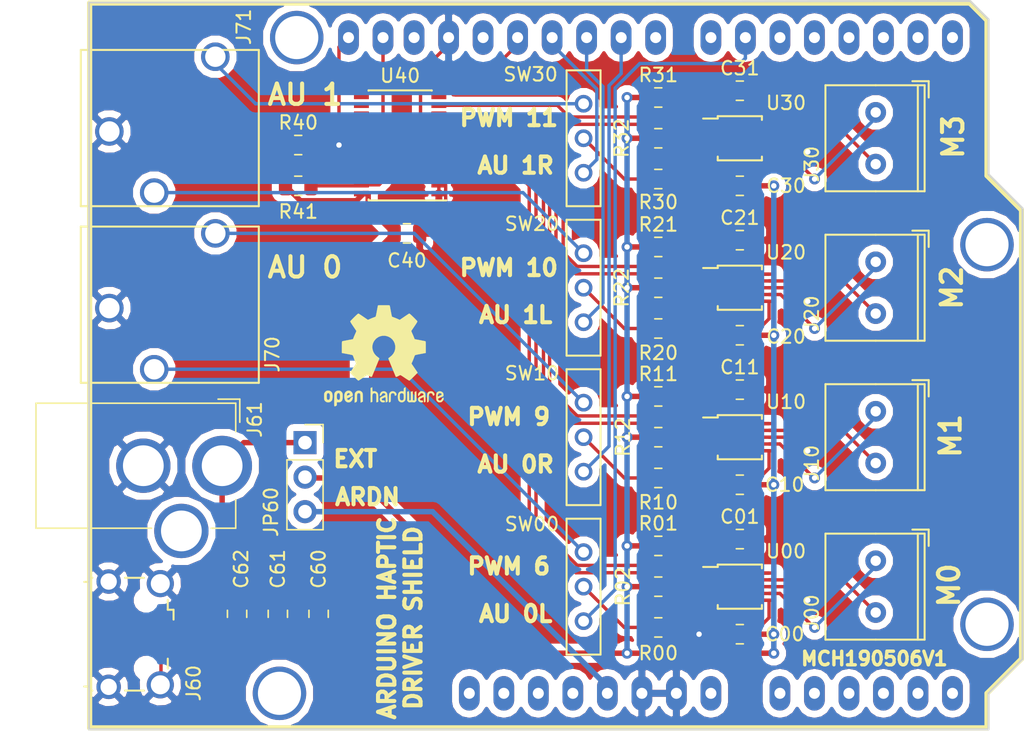
<source format=kicad_pcb>
(kicad_pcb (version 20171130) (host pcbnew "(5.0.1-3-g963ef8bb5)")
  (layers (0 F.Cu signal) (31 B.Cu signal) (34 B.Paste user) (35 F.Paste user) (36 B.SilkS user) (37 F.SilkS user) (38 B.Mask user) (39 F.Mask user) (44 Edge.Cuts user))
  (net 0 "")
  (net 1 VDD)
  (net 2 GND)
  (net 3 "Net-(C01-Pad1)")
  (net 4 "Net-(C11-Pad1)")
  (net 5 "Net-(C21-Pad1)")
  (net 6 "Net-(C31-Pad1)")
  (net 7 "Net-(C60-Pad1)")
  (net 8 "Net-(J00-Pad1)")
  (net 9 "Net-(J00-Pad2)")
  (net 10 "Net-(J10-Pad2)")
  (net 11 "Net-(J10-Pad1)")
  (net 12 "Net-(J20-Pad2)")
  (net 13 "Net-(J20-Pad1)")
  (net 14 "Net-(J30-Pad1)")
  (net 15 "Net-(J30-Pad2)")
  (net 16 "Net-(J60-Pad2)")
  (net 17 "Net-(J60-Pad3)")
  (net 18 "Net-(J60-Pad4)")
  (net 19 AUDIO0-R)
  (net 20 AUDIO0-L)
  (net 21 AUDIO1-L)
  (net 22 AUDIO1-R)
  (net 23 5V)
  (net 24 "Net-(R00-Pad1)")
  (net 25 "Net-(R00-Pad2)")
  (net 26 SC0)
  (net 27 SD0)
  (net 28 "Net-(R10-Pad1)")
  (net 29 "Net-(R10-Pad2)")
  (net 30 SC1)
  (net 31 SD2)
  (net 32 "Net-(R20-Pad2)")
  (net 33 "Net-(R20-Pad1)")
  (net 34 SC2)
  (net 35 "Net-(R30-Pad2)")
  (net 36 "Net-(R30-Pad1)")
  (net 37 SC3)
  (net 38 SD3)
  (net 39 SCL)
  (net 40 SDA)
  (net 41 "Net-(SHIELD00-PadAD5)")
  (net 42 "Net-(SHIELD00-PadAD4)")
  (net 43 "Net-(SHIELD00-PadAD3)")
  (net 44 "Net-(SHIELD00-PadAD0)")
  (net 45 "Net-(SHIELD00-PadAD1)")
  (net 46 "Net-(SHIELD00-PadAD2)")
  (net 47 "Net-(SHIELD00-PadV_IN)")
  (net 48 "Net-(SHIELD00-Pad3V3)")
  (net 49 "Net-(SHIELD00-PadRST)")
  (net 50 "Net-(SHIELD00-Pad0)")
  (net 51 "Net-(SHIELD00-Pad1)")
  (net 52 "Net-(SHIELD00-Pad3)")
  (net 53 "Net-(SHIELD00-Pad4)")
  (net 54 "Net-(SHIELD00-Pad5)")
  (net 55 IO6)
  (net 56 "Net-(SHIELD00-Pad7)")
  (net 57 "Net-(SHIELD00-Pad8)")
  (net 58 IO9)
  (net 59 IO10)
  (net 60 IO11)
  (net 61 "Net-(SHIELD00-Pad13)")
  (net 62 "Net-(SHIELD00-PadAREF)")
  (net 63 "Net-(SHIELD00-PadIOREF)")
  (net 64 "Net-(SHIELD00-PadNC)")
  (net 65 "Net-(U40-Pad13)")
  (net 66 "Net-(U40-Pad14)")
  (net 67 "Net-(U40-Pad15)")
  (net 68 "Net-(U40-Pad16)")
  (net 69 "Net-(U40-Pad17)")
  (net 70 "Net-(U40-Pad18)")
  (net 71 "Net-(U40-Pad19)")
  (net 72 "Net-(U40-Pad20)")
  (net 73 SD1)
  (net 74 IO12)
  (net 75 "Net-(SHIELD00-Pad2)")
  (module _arduino_shield:ARDUINO_SHIELD (layer F.Cu) (at 89.15 139.890501)
    (fp_text reference SHIELD00 hide)
    (fp_text value ARDUINO_SHIELD hide)
    (pad AD5 thru_hole oval (at 63.5 -2.54 90) (size 2.54 1.524) (drill 0.8128) (layers *.Cu *.Mask) (net 41 "Net-(SHIELD00-PadAD5)"))
    (pad AD4 thru_hole oval (at 60.96 -2.54 90) (size 2.54 1.524) (drill 0.8128) (layers *.Cu *.Mask) (net 42 "Net-(SHIELD00-PadAD4)"))
    (pad AD3 thru_hole oval (at 58.42 -2.54 90) (size 2.54 1.524) (drill 0.8128) (layers *.Cu *.Mask) (net 43 "Net-(SHIELD00-PadAD3)"))
    (pad AD0 thru_hole oval (at 50.8 -2.54 90) (size 2.54 1.524) (drill 0.8128) (layers *.Cu *.Mask) (net 44 "Net-(SHIELD00-PadAD0)"))
    (pad AD1 thru_hole oval (at 53.34 -2.54 90) (size 2.54 1.524) (drill 0.8128) (layers *.Cu *.Mask) (net 45 "Net-(SHIELD00-PadAD1)"))
    (pad AD2 thru_hole oval (at 55.88 -2.54 90) (size 2.54 1.524) (drill 0.8128) (layers *.Cu *.Mask) (net 46 "Net-(SHIELD00-PadAD2)"))
    (pad V_IN thru_hole oval (at 45.72 -2.54 90) (size 2.54 1.524) (drill 0.8128) (layers *.Cu *.Mask) (net 47 "Net-(SHIELD00-PadV_IN)"))
    (pad GND2 thru_hole oval (at 43.18 -2.54 90) (size 2.54 1.524) (drill 0.8128) (layers *.Cu *.Mask) (net 2 GND))
    (pad GND1 thru_hole oval (at 40.64 -2.54 90) (size 2.54 1.524) (drill 0.8128) (layers *.Cu *.Mask) (net 2 GND))
    (pad 3V3 thru_hole oval (at 35.56 -2.54 90) (size 2.54 1.524) (drill 0.8128) (layers *.Cu *.Mask) (net 48 "Net-(SHIELD00-Pad3V3)"))
    (pad RST thru_hole oval (at 33.02 -2.54 90) (size 2.54 1.524) (drill 0.8128) (layers *.Cu *.Mask) (net 49 "Net-(SHIELD00-PadRST)"))
    (pad 0 thru_hole oval (at 63.5 -50.8 90) (size 2.54 1.524) (drill 0.8128) (layers *.Cu *.Mask) (net 50 "Net-(SHIELD00-Pad0)"))
    (pad 1 thru_hole oval (at 60.96 -50.8 90) (size 2.54 1.524) (drill 0.8128) (layers *.Cu *.Mask) (net 51 "Net-(SHIELD00-Pad1)"))
    (pad 2 thru_hole oval (at 58.42 -50.8 90) (size 2.54 1.524) (drill 0.8128) (layers *.Cu *.Mask) (net 75 "Net-(SHIELD00-Pad2)"))
    (pad 3 thru_hole oval (at 55.88 -50.8 90) (size 2.54 1.524) (drill 0.8128) (layers *.Cu *.Mask) (net 52 "Net-(SHIELD00-Pad3)"))
    (pad 4 thru_hole oval (at 53.34 -50.8 90) (size 2.54 1.524) (drill 0.8128) (layers *.Cu *.Mask) (net 53 "Net-(SHIELD00-Pad4)"))
    (pad 5 thru_hole oval (at 50.8 -50.8 90) (size 2.54 1.524) (drill 0.8128) (layers *.Cu *.Mask) (net 54 "Net-(SHIELD00-Pad5)"))
    (pad 6 thru_hole oval (at 48.26 -50.8 90) (size 2.54 1.524) (drill 0.8128) (layers *.Cu *.Mask) (net 55 IO6))
    (pad 7 thru_hole oval (at 45.72 -50.8 90) (size 2.54 1.524) (drill 0.8128) (layers *.Cu *.Mask) (net 56 "Net-(SHIELD00-Pad7)"))
    (pad ee thru_hole oval (at 41.656 -50.8 90) (size 2.54 1.524) (drill 0.8128) (layers *.Cu *.Mask) (net 57 "Net-(SHIELD00-Pad8)"))
    (pad 9 thru_hole oval (at 39.116 -50.8 90) (size 2.54 1.524) (drill 0.8128) (layers *.Cu *.Mask) (net 58 IO9))
    (pad 10 thru_hole oval (at 36.576 -50.8 90) (size 2.54 1.524) (drill 0.8128) (layers *.Cu *.Mask) (net 59 IO10))
    (pad 11 thru_hole oval (at 34.036 -50.8 90) (size 2.54 1.524) (drill 0.8128) (layers *.Cu *.Mask) (net 60 IO11))
    (pad 12 thru_hole oval (at 31.496 -50.8 90) (size 2.54 1.524) (drill 0.8128) (layers *.Cu *.Mask) (net 74 IO12))
    (pad 13 thru_hole oval (at 28.956 -50.8 90) (size 2.54 1.524) (drill 0.8128) (layers *.Cu *.Mask) (net 61 "Net-(SHIELD00-Pad13)"))
    (pad GND3 thru_hole oval (at 26.416 -50.8 90) (size 2.54 1.524) (drill 0.8128) (layers *.Cu *.Mask) (net 2 GND))
    (pad AREF thru_hole oval (at 23.876 -50.8 90) (size 2.54 1.524) (drill 0.8128) (layers *.Cu *.Mask) (net 62 "Net-(SHIELD00-PadAREF)"))
    (pad 5V thru_hole oval (at 38.1 -2.54 90) (size 2.54 1.524) (drill 0.8128) (layers *.Cu *.Mask) (net 23 5V))
    (pad "" thru_hole circle (at 66.04 -7.62 90) (size 3.937 3.937) (drill 3.175) (layers *.Cu *.Mask))
    (pad "" thru_hole circle (at 66.04 -35.56 90) (size 3.937 3.937) (drill 3.175) (layers *.Cu *.Mask))
    (pad "" thru_hole circle (at 15.24 -50.8 90) (size 3.937 3.937) (drill 3.175) (layers *.Cu *.Mask))
    (pad "" thru_hole circle (at 13.97 -2.54 90) (size 3.937 3.937) (drill 3.175) (layers *.Cu *.Mask))
    (pad SDA thru_hole oval (at 21.59 -50.8 90) (size 2.54 1.524) (drill 0.8128) (layers *.Cu *.Mask) (net 40 SDA))
    (pad SCL thru_hole oval (at 19.05 -50.8 90) (size 2.54 1.524) (drill 0.8128) (layers *.Cu *.Mask) (net 39 SCL))
    (pad IOREF thru_hole oval (at 30.48 -2.54 90) (size 2.54 1.524) (drill 0.8128) (layers *.Cu *.Mask) (net 63 "Net-(SHIELD00-PadIOREF)"))
    (pad NC thru_hole oval (at 27.94 -2.54 90) (size 2.54 1.524) (drill 0.8128) (layers *.Cu *.Mask) (net 64 "Net-(SHIELD00-PadNC)"))
  )
  (module Capacitor_SMD:C_0805_2012Metric (layer F.Cu) (at 137 133)
    (fp_text reference C00 (at 3.3 0) (layer F.SilkS))
    (fp_text value 1uF)
    (pad 2 smd roundrect (at 0.9375 0) (size 0.975 1.4) (layers F.Cu F.Paste F.Mask) (net 1 VDD))
    (pad 1 smd roundrect (at -0.9375 0) (size 0.975 1.4) (layers F.Cu F.Paste F.Mask) (net 2 GND))
  )
  (module Capacitor_SMD:C_0805_2012Metric (layer F.Cu) (at 137 126)
    (fp_text reference C01 (at 0 -1.65) (layer F.SilkS))
    (fp_text value 1uF)
    (pad 1 smd roundrect (at -0.9375 0) (size 0.975 1.4) (layers F.Cu F.Paste F.Mask) (net 3 "Net-(C01-Pad1)"))
    (pad 2 smd roundrect (at 0.9375 0) (size 0.975 1.4) (layers F.Cu F.Paste F.Mask) (net 2 GND))
  )
  (module Capacitor_SMD:C_0805_2012Metric (layer F.Cu) (at 137 122)
    (fp_text reference C10 (at 3.3 0) (layer F.SilkS))
    (fp_text value 1uF)
    (pad 1 smd roundrect (at -0.9375 0) (size 0.975 1.4) (layers F.Cu F.Paste F.Mask) (net 2 GND))
    (pad 2 smd roundrect (at 0.9375 0) (size 0.975 1.4) (layers F.Cu F.Paste F.Mask) (net 1 VDD))
  )
  (module Capacitor_SMD:C_0805_2012Metric (layer F.Cu) (at 137 115)
    (fp_text reference C11 (at 0 -1.65) (layer F.SilkS))
    (fp_text value 1uF)
    (pad 1 smd roundrect (at -0.9375 0) (size 0.975 1.4) (layers F.Cu F.Paste F.Mask) (net 4 "Net-(C11-Pad1)"))
    (pad 2 smd roundrect (at 0.9375 0) (size 0.975 1.4) (layers F.Cu F.Paste F.Mask) (net 2 GND))
  )
  (module Capacitor_SMD:C_0805_2012Metric (layer F.Cu) (at 137 111)
    (fp_text reference C20 (at 3.4 0.1) (layer F.SilkS))
    (fp_text value 1uF)
    (pad 1 smd roundrect (at -0.9375 0) (size 0.975 1.4) (layers F.Cu F.Paste F.Mask) (net 2 GND))
    (pad 2 smd roundrect (at 0.9375 0) (size 0.975 1.4) (layers F.Cu F.Paste F.Mask) (net 1 VDD))
  )
  (module Capacitor_SMD:C_0805_2012Metric (layer F.Cu) (at 137 104)
    (fp_text reference C21 (at 0 -1.65) (layer F.SilkS))
    (fp_text value 1uF)
    (pad 1 smd roundrect (at -0.9375 0) (size 0.975 1.4) (layers F.Cu F.Paste F.Mask) (net 5 "Net-(C21-Pad1)"))
    (pad 2 smd roundrect (at 0.9375 0) (size 0.975 1.4) (layers F.Cu F.Paste F.Mask) (net 2 GND))
  )
  (module Capacitor_SMD:C_0805_2012Metric (layer F.Cu) (at 137 100)
    (fp_text reference C30 (at 3.4 0) (layer F.SilkS))
    (fp_text value 1uF)
    (pad 2 smd roundrect (at 0.9375 0) (size 0.975 1.4) (layers F.Cu F.Paste F.Mask) (net 1 VDD))
    (pad 1 smd roundrect (at -0.9375 0) (size 0.975 1.4) (layers F.Cu F.Paste F.Mask) (net 2 GND))
  )
  (module Capacitor_SMD:C_0805_2012Metric (layer F.Cu) (at 137 93)
    (fp_text reference C31 (at 0 -1.65) (layer F.SilkS))
    (fp_text value 1uF)
    (pad 2 smd roundrect (at 0.9375 0) (size 0.975 1.4) (layers F.Cu F.Paste F.Mask) (net 2 GND))
    (pad 1 smd roundrect (at -0.9375 0) (size 0.975 1.4) (layers F.Cu F.Paste F.Mask) (net 6 "Net-(C31-Pad1)"))
  )
  (module Capacitor_SMD:C_0805_2012Metric (layer F.Cu) (at 106 131.5 90)
    (fp_text reference C60 (at 3.3 0 90) (layer F.SilkS))
    (fp_text value 100nF)
    (pad 2 smd roundrect (at 0.9375 0 90) (size 0.975 1.4) (layers F.Cu F.Paste F.Mask) (net 2 GND))
    (pad 1 smd roundrect (at -0.9375 0 90) (size 0.975 1.4) (layers F.Cu F.Paste F.Mask) (net 7 "Net-(C60-Pad1)"))
  )
  (module Capacitor_SMD:C_0805_2012Metric (layer F.Cu) (at 103 131.5 90)
    (fp_text reference C61 (at 3.3 0 90) (layer F.SilkS))
    (fp_text value 1uF)
    (pad 1 smd roundrect (at -0.9375 0 90) (size 0.975 1.4) (layers F.Cu F.Paste F.Mask) (net 7 "Net-(C60-Pad1)"))
    (pad 2 smd roundrect (at 0.9375 0 90) (size 0.975 1.4) (layers F.Cu F.Paste F.Mask) (net 2 GND))
  )
  (module Capacitor_SMD:C_0805_2012Metric (layer F.Cu) (at 100 131.5 90)
    (fp_text reference C62 (at 3.3 0.3 90) (layer F.SilkS))
    (fp_text value 10uF)
    (pad 2 smd roundrect (at 0.9375 0 90) (size 0.975 1.4) (layers F.Cu F.Paste F.Mask) (net 2 GND))
    (pad 1 smd roundrect (at -0.9375 0 90) (size 0.975 1.4) (layers F.Cu F.Paste F.Mask) (net 7 "Net-(C60-Pad1)"))
  )
  (module _connectors:Phoenix_MKDS_2P_3.81 (layer F.Cu) (at 147 129.5 90)
    (fp_text reference J00 (at -1.9 -4.7 90) (layer F.SilkS))
    (fp_text value Conn_01x02)
    (pad 1 thru_hole circle (at 1.905 0 90) (size 1.524 1.524) (drill 0.762) (layers *.Cu *.Mask) (net 8 "Net-(J00-Pad1)"))
    (pad 2 thru_hole circle (at -1.905 0 90) (size 1.524 1.524) (drill 0.762) (layers *.Cu *.Mask) (net 9 "Net-(J00-Pad2)"))
  )
  (module _connectors:Phoenix_MKDS_2P_3.81 (layer F.Cu) (at 147 118.5 90)
    (fp_text reference J10 (at -1.9 -4.7 90) (layer F.SilkS))
    (fp_text value Conn_01x02)
    (pad 2 thru_hole circle (at -1.905 0 90) (size 1.524 1.524) (drill 0.762) (layers *.Cu *.Mask) (net 10 "Net-(J10-Pad2)"))
    (pad 1 thru_hole circle (at 1.905 0 90) (size 1.524 1.524) (drill 0.762) (layers *.Cu *.Mask) (net 11 "Net-(J10-Pad1)"))
  )
  (module _connectors:Phoenix_MKDS_2P_3.81 (layer F.Cu) (at 147 107.5 90)
    (fp_text reference J20 (at -1.9 -4.7 90) (layer F.SilkS))
    (fp_text value Conn_01x02)
    (pad 2 thru_hole circle (at -1.905 0 90) (size 1.524 1.524) (drill 0.762) (layers *.Cu *.Mask) (net 12 "Net-(J20-Pad2)"))
    (pad 1 thru_hole circle (at 1.905 0 90) (size 1.524 1.524) (drill 0.762) (layers *.Cu *.Mask) (net 13 "Net-(J20-Pad1)"))
  )
  (module _connectors:Phoenix_MKDS_2P_3.81 (layer F.Cu) (at 147 96.5 90)
    (fp_text reference J30 (at -1.9 -4.7 90) (layer F.SilkS))
    (fp_text value Conn_01x02)
    (pad 1 thru_hole circle (at 1.905 0 90) (size 1.524 1.524) (drill 0.762) (layers *.Cu *.Mask) (net 14 "Net-(J30-Pad1)"))
    (pad 2 thru_hole circle (at -1.905 0 90) (size 1.524 1.524) (drill 0.762) (layers *.Cu *.Mask) (net 15 "Net-(J30-Pad2)"))
  )
  (module Connector_USB:USB_Micro-B_Wuerth_629105150521_CircularHoles (layer F.Cu) (at 92.5 133 270)
    (fp_text reference J60 (at 3.6 -4.3 270) (layer F.SilkS))
    (fp_text value USB_B_Micro)
    (pad 1 smd rect (at -1.3 -1.9 270) (size 0.45 1.3) (layers F.Cu F.Paste F.Mask) (net 7 "Net-(C60-Pad1)"))
    (pad 2 smd rect (at -0.65 -1.9 270) (size 0.45 1.3) (layers F.Cu F.Paste F.Mask) (net 16 "Net-(J60-Pad2)"))
    (pad 3 smd rect (at 0 -1.9 270) (size 0.45 1.3) (layers F.Cu F.Paste F.Mask) (net 17 "Net-(J60-Pad3)"))
    (pad 4 smd rect (at 0.65 -1.9 270) (size 0.45 1.3) (layers F.Cu F.Paste F.Mask) (net 18 "Net-(J60-Pad4)"))
    (pad 5 smd rect (at 1.3 -1.9 270) (size 0.45 1.3) (layers F.Cu F.Paste F.Mask) (net 2 GND))
    (pad 6 thru_hole circle (at -3.725 -1.85 270) (size 2 2) (drill 1.4) (layers *.Cu *.Mask) (net 2 GND))
    (pad 6 thru_hole circle (at 3.725 -1.85 270) (size 2 2) (drill 1.4) (layers *.Cu *.Mask) (net 2 GND))
    (pad 6 thru_hole circle (at -3.875 1.95 270) (size 1.8 1.8) (drill 1.2) (layers *.Cu *.Mask) (net 2 GND))
    (pad 6 thru_hole circle (at 3.875 1.95 270) (size 1.8 1.8) (drill 1.2) (layers *.Cu *.Mask) (net 2 GND))
    (pad "" np_thru_hole circle (at -2.5 -0.8 270) (size 0.8 0.8) (drill 0.8) (layers *.Cu *.Mask))
    (pad "" np_thru_hole circle (at 2.5 -0.8 270) (size 0.8 0.8) (drill 0.8) (layers *.Cu *.Mask))
  )
  (module _connectors:BarrelJack_Wuerth_6941xx301002 (layer F.Cu) (at 98.9 120.6 270)
    (fp_text reference J61 (at -3.4 -2.4 270) (layer F.SilkS))
    (fp_text value Jack-DC)
    (pad 3 thru_hole circle (at 4.8 3) (size 4 4) (drill oval 3) (layers *.Cu *.Mask))
    (pad 2 thru_hole circle (at 0 5.8 270) (size 4 4) (drill oval 3) (layers *.Cu *.Mask) (net 2 GND))
    (pad 1 thru_hole circle (at 0 0 270) (size 4.4 4.4) (drill oval 3) (layers *.Cu *.Mask) (net 7 "Net-(C60-Pad1)"))
  )
  (module _connectors:MJ-352W-0 (layer F.Cu) (at 88.5 109 90)
    (fp_text reference J70 (at -3.4 14.1 90) (layer F.SilkS))
    (fp_text value AudioJack3_Ground)
    (pad S thru_hole circle (at 0 2.1 90) (size 2.1 2.1) (drill oval 1.5) (layers *.Cu *.Mask) (net 2 GND))
    (pad R thru_hole circle (at 5.5 9.9 90) (size 2.1 2.1) (drill oval 1.5) (layers *.Cu *.Mask) (net 19 AUDIO0-R))
    (pad T thru_hole circle (at -4.5 5.4 90) (size 2.1 2.1) (drill oval 1.5) (layers *.Cu *.Mask) (net 20 AUDIO0-L))
  )
  (module _connectors:MJ-352W-0 (layer F.Cu) (at 88.5 96 90)
    (fp_text reference J71 (at 7.7 12 90) (layer F.SilkS))
    (fp_text value AudioJack3_Ground)
    (pad T thru_hole circle (at -4.5 5.4 90) (size 2.1 2.1) (drill oval 1.5) (layers *.Cu *.Mask) (net 21 AUDIO1-L))
    (pad R thru_hole circle (at 5.5 9.9 90) (size 2.1 2.1) (drill oval 1.5) (layers *.Cu *.Mask) (net 22 AUDIO1-R))
    (pad S thru_hole circle (at 0 2.1 90) (size 2.1 2.1) (drill oval 1.5) (layers *.Cu *.Mask) (net 2 GND))
  )
  (module Resistor_SMD:R_0805_2012Metric (layer F.Cu) (at 131 132.5)
    (fp_text reference R00 (at 0 1.9) (layer F.SilkS))
    (fp_text value 1K)
    (pad 1 smd roundrect (at -0.9375 0) (size 0.975 1.4) (layers F.Cu F.Paste F.Mask) (net 24 "Net-(R00-Pad1)"))
    (pad 2 smd roundrect (at 0.9375 0) (size 0.975 1.4) (layers F.Cu F.Paste F.Mask) (net 25 "Net-(R00-Pad2)"))
  )
  (module Resistor_SMD:R_0805_2012Metric (layer F.Cu) (at 131 126.5)
    (fp_text reference R01 (at 0 -1.65) (layer F.SilkS))
    (fp_text value 4K7)
    (pad 1 smd roundrect (at -0.9375 0) (size 0.975 1.4) (layers F.Cu F.Paste F.Mask) (net 1 VDD))
    (pad 2 smd roundrect (at 0.9375 0) (size 0.975 1.4) (layers F.Cu F.Paste F.Mask) (net 26 SC0))
  )
  (module Resistor_SMD:R_0805_2012Metric (layer F.Cu) (at 131 129.5)
    (fp_text reference R02 (at -2.6 0 90) (layer F.SilkS))
    (fp_text value 4K7)
    (pad 2 smd roundrect (at 0.9375 0) (size 0.975 1.4) (layers F.Cu F.Paste F.Mask) (net 27 SD0))
    (pad 1 smd roundrect (at -0.9375 0) (size 0.975 1.4) (layers F.Cu F.Paste F.Mask) (net 1 VDD))
  )
  (module Resistor_SMD:R_0805_2012Metric (layer F.Cu) (at 131 121.5)
    (fp_text reference R10 (at 0 1.8) (layer F.SilkS))
    (fp_text value 1K)
    (pad 1 smd roundrect (at -0.9375 0) (size 0.975 1.4) (layers F.Cu F.Paste F.Mask) (net 28 "Net-(R10-Pad1)"))
    (pad 2 smd roundrect (at 0.9375 0) (size 0.975 1.4) (layers F.Cu F.Paste F.Mask) (net 29 "Net-(R10-Pad2)"))
  )
  (module Resistor_SMD:R_0805_2012Metric (layer F.Cu) (at 131 115.5)
    (fp_text reference R11 (at 0 -1.65) (layer F.SilkS))
    (fp_text value 4K7)
    (pad 1 smd roundrect (at -0.9375 0) (size 0.975 1.4) (layers F.Cu F.Paste F.Mask) (net 1 VDD))
    (pad 2 smd roundrect (at 0.9375 0) (size 0.975 1.4) (layers F.Cu F.Paste F.Mask) (net 30 SC1))
  )
  (module Resistor_SMD:R_0805_2012Metric (layer F.Cu) (at 131 118.5)
    (fp_text reference R12 (at -2.6 0 90) (layer F.SilkS))
    (fp_text value 4K7)
    (pad 2 smd roundrect (at 0.9375 0) (size 0.975 1.4) (layers F.Cu F.Paste F.Mask) (net 73 SD1))
    (pad 1 smd roundrect (at -0.9375 0) (size 0.975 1.4) (layers F.Cu F.Paste F.Mask) (net 1 VDD))
  )
  (module Resistor_SMD:R_0805_2012Metric (layer F.Cu) (at 131 110.5)
    (fp_text reference R20 (at 0 1.8 180) (layer F.SilkS))
    (fp_text value 1K)
    (pad 2 smd roundrect (at 0.9375 0) (size 0.975 1.4) (layers F.Cu F.Paste F.Mask) (net 32 "Net-(R20-Pad2)"))
    (pad 1 smd roundrect (at -0.9375 0) (size 0.975 1.4) (layers F.Cu F.Paste F.Mask) (net 33 "Net-(R20-Pad1)"))
  )
  (module Resistor_SMD:R_0805_2012Metric (layer F.Cu) (at 131 104.5)
    (fp_text reference R21 (at 0 -1.65) (layer F.SilkS))
    (fp_text value 4K7)
    (pad 2 smd roundrect (at 0.9375 0) (size 0.975 1.4) (layers F.Cu F.Paste F.Mask) (net 34 SC2))
    (pad 1 smd roundrect (at -0.9375 0) (size 0.975 1.4) (layers F.Cu F.Paste F.Mask) (net 1 VDD))
  )
  (module Resistor_SMD:R_0805_2012Metric (layer F.Cu) (at 131 107.5)
    (fp_text reference R22 (at -2.7 0 90) (layer F.SilkS))
    (fp_text value 4K7)
    (pad 1 smd roundrect (at -0.9375 0) (size 0.975 1.4) (layers F.Cu F.Paste F.Mask) (net 1 VDD))
    (pad 2 smd roundrect (at 0.9375 0) (size 0.975 1.4) (layers F.Cu F.Paste F.Mask) (net 31 SD2))
  )
  (module Resistor_SMD:R_0805_2012Metric (layer F.Cu) (at 131 99.5)
    (fp_text reference R30 (at 0 1.7) (layer F.SilkS))
    (fp_text value 1K)
    (pad 2 smd roundrect (at 0.9375 0) (size 0.975 1.4) (layers F.Cu F.Paste F.Mask) (net 35 "Net-(R30-Pad2)"))
    (pad 1 smd roundrect (at -0.9375 0) (size 0.975 1.4) (layers F.Cu F.Paste F.Mask) (net 36 "Net-(R30-Pad1)"))
  )
  (module Resistor_SMD:R_0805_2012Metric (layer F.Cu) (at 131 93.5)
    (fp_text reference R31 (at 0 -1.65) (layer F.SilkS))
    (fp_text value 4K7)
    (pad 2 smd roundrect (at 0.9375 0) (size 0.975 1.4) (layers F.Cu F.Paste F.Mask) (net 37 SC3))
    (pad 1 smd roundrect (at -0.9375 0) (size 0.975 1.4) (layers F.Cu F.Paste F.Mask) (net 1 VDD))
  )
  (module Resistor_SMD:R_0805_2012Metric (layer F.Cu) (at 131 96.5)
    (fp_text reference R32 (at -2.7 0 90) (layer F.SilkS))
    (fp_text value 4K7)
    (pad 1 smd roundrect (at -0.9375 0) (size 0.975 1.4) (layers F.Cu F.Paste F.Mask) (net 1 VDD))
    (pad 2 smd roundrect (at 0.9375 0) (size 0.975 1.4) (layers F.Cu F.Paste F.Mask) (net 38 SD3))
  )
  (module Resistor_SMD:R_0805_2012Metric (layer F.Cu) (at 104.5 97)
    (fp_text reference R40 (at 0 -1.65) (layer F.SilkS))
    (fp_text value 4K7)
    (pad 1 smd roundrect (at -0.9375 0) (size 0.975 1.4) (layers F.Cu F.Paste F.Mask) (net 1 VDD))
    (pad 2 smd roundrect (at 0.9375 0) (size 0.975 1.4) (layers F.Cu F.Paste F.Mask) (net 39 SCL))
  )
  (module Resistor_SMD:R_0805_2012Metric (layer F.Cu) (at 104.5 100)
    (fp_text reference R41 (at 0 1.9) (layer F.SilkS))
    (fp_text value 4K7)
    (pad 2 smd roundrect (at 0.9375 0) (size 0.975 1.4) (layers F.Cu F.Paste F.Mask) (net 40 SDA))
    (pad 1 smd roundrect (at -0.9375 0) (size 0.975 1.4) (layers F.Cu F.Paste F.Mask) (net 1 VDD))
  )
  (module Package_SO:TSSOP-10_3x3mm_P0.5mm (layer F.Cu) (at 137 129.5)
    (fp_text reference U00 (at 3.4 -2.6) (layer F.SilkS))
    (fp_text value DRV2605L)
    (pad 10 smd rect (at 2.15 -1) (size 1.1 0.25) (layers F.Cu F.Paste F.Mask) (net 1 VDD))
    (pad 9 smd rect (at 2.15 -0.5) (size 1.1 0.25) (layers F.Cu F.Paste F.Mask) (net 9 "Net-(J00-Pad2)"))
    (pad 8 smd rect (at 2.15 0) (size 1.1 0.25) (layers F.Cu F.Paste F.Mask) (net 2 GND))
    (pad 7 smd rect (at 2.15 0.5) (size 1.1 0.25) (layers F.Cu F.Paste F.Mask) (net 8 "Net-(J00-Pad1)"))
    (pad 6 smd rect (at 2.15 1) (size 1.1 0.25) (layers F.Cu F.Paste F.Mask) (net 1 VDD))
    (pad 5 smd rect (at -2.15 1) (size 1.1 0.25) (layers F.Cu F.Paste F.Mask) (net 1 VDD))
    (pad 4 smd rect (at -2.15 0.5) (size 1.1 0.25) (layers F.Cu F.Paste F.Mask) (net 25 "Net-(R00-Pad2)"))
    (pad 3 smd rect (at -2.15 0) (size 1.1 0.25) (layers F.Cu F.Paste F.Mask) (net 27 SD0))
    (pad 2 smd rect (at -2.15 -0.5) (size 1.1 0.25) (layers F.Cu F.Paste F.Mask) (net 26 SC0))
    (pad 1 smd rect (at -2.15 -1) (size 1.1 0.25) (layers F.Cu F.Paste F.Mask) (net 3 "Net-(C01-Pad1)"))
  )
  (module Package_SO:TSSOP-10_3x3mm_P0.5mm (layer F.Cu) (at 137 118.5)
    (fp_text reference U10 (at 3.4 -2.6) (layer F.SilkS))
    (fp_text value DRV2605L)
    (pad 1 smd rect (at -2.15 -1) (size 1.1 0.25) (layers F.Cu F.Paste F.Mask) (net 4 "Net-(C11-Pad1)"))
    (pad 2 smd rect (at -2.15 -0.5) (size 1.1 0.25) (layers F.Cu F.Paste F.Mask) (net 30 SC1))
    (pad 3 smd rect (at -2.15 0) (size 1.1 0.25) (layers F.Cu F.Paste F.Mask) (net 73 SD1))
    (pad 4 smd rect (at -2.15 0.5) (size 1.1 0.25) (layers F.Cu F.Paste F.Mask) (net 29 "Net-(R10-Pad2)"))
    (pad 5 smd rect (at -2.15 1) (size 1.1 0.25) (layers F.Cu F.Paste F.Mask) (net 1 VDD))
    (pad 6 smd rect (at 2.15 1) (size 1.1 0.25) (layers F.Cu F.Paste F.Mask) (net 1 VDD))
    (pad 7 smd rect (at 2.15 0.5) (size 1.1 0.25) (layers F.Cu F.Paste F.Mask) (net 11 "Net-(J10-Pad1)"))
    (pad 8 smd rect (at 2.15 0) (size 1.1 0.25) (layers F.Cu F.Paste F.Mask) (net 2 GND))
    (pad 9 smd rect (at 2.15 -0.5) (size 1.1 0.25) (layers F.Cu F.Paste F.Mask) (net 10 "Net-(J10-Pad2)"))
    (pad 10 smd rect (at 2.15 -1) (size 1.1 0.25) (layers F.Cu F.Paste F.Mask) (net 1 VDD))
  )
  (module Package_SO:TSSOP-10_3x3mm_P0.5mm (layer F.Cu) (at 137 107.5)
    (fp_text reference U20 (at 3.4 -2.6) (layer F.SilkS))
    (fp_text value DRV2605L)
    (pad 1 smd rect (at -2.15 -1) (size 1.1 0.25) (layers F.Cu F.Paste F.Mask) (net 5 "Net-(C21-Pad1)"))
    (pad 2 smd rect (at -2.15 -0.5) (size 1.1 0.25) (layers F.Cu F.Paste F.Mask) (net 34 SC2))
    (pad 3 smd rect (at -2.15 0) (size 1.1 0.25) (layers F.Cu F.Paste F.Mask) (net 31 SD2))
    (pad 4 smd rect (at -2.15 0.5) (size 1.1 0.25) (layers F.Cu F.Paste F.Mask) (net 32 "Net-(R20-Pad2)"))
    (pad 5 smd rect (at -2.15 1) (size 1.1 0.25) (layers F.Cu F.Paste F.Mask) (net 1 VDD))
    (pad 6 smd rect (at 2.15 1) (size 1.1 0.25) (layers F.Cu F.Paste F.Mask) (net 1 VDD))
    (pad 7 smd rect (at 2.15 0.5) (size 1.1 0.25) (layers F.Cu F.Paste F.Mask) (net 13 "Net-(J20-Pad1)"))
    (pad 8 smd rect (at 2.15 0) (size 1.1 0.25) (layers F.Cu F.Paste F.Mask) (net 2 GND))
    (pad 9 smd rect (at 2.15 -0.5) (size 1.1 0.25) (layers F.Cu F.Paste F.Mask) (net 12 "Net-(J20-Pad2)"))
    (pad 10 smd rect (at 2.15 -1) (size 1.1 0.25) (layers F.Cu F.Paste F.Mask) (net 1 VDD))
  )
  (module Package_SO:TSSOP-10_3x3mm_P0.5mm (layer F.Cu) (at 137 96.5)
    (fp_text reference U30 (at 3.4 -2.6) (layer F.SilkS))
    (fp_text value DRV2605L)
    (pad 10 smd rect (at 2.15 -1) (size 1.1 0.25) (layers F.Cu F.Paste F.Mask) (net 1 VDD))
    (pad 9 smd rect (at 2.15 -0.5) (size 1.1 0.25) (layers F.Cu F.Paste F.Mask) (net 15 "Net-(J30-Pad2)"))
    (pad 8 smd rect (at 2.15 0) (size 1.1 0.25) (layers F.Cu F.Paste F.Mask) (net 2 GND))
    (pad 7 smd rect (at 2.15 0.5) (size 1.1 0.25) (layers F.Cu F.Paste F.Mask) (net 14 "Net-(J30-Pad1)"))
    (pad 6 smd rect (at 2.15 1) (size 1.1 0.25) (layers F.Cu F.Paste F.Mask) (net 1 VDD))
    (pad 5 smd rect (at -2.15 1) (size 1.1 0.25) (layers F.Cu F.Paste F.Mask) (net 1 VDD))
    (pad 4 smd rect (at -2.15 0.5) (size 1.1 0.25) (layers F.Cu F.Paste F.Mask) (net 35 "Net-(R30-Pad2)"))
    (pad 3 smd rect (at -2.15 0) (size 1.1 0.25) (layers F.Cu F.Paste F.Mask) (net 38 SD3))
    (pad 2 smd rect (at -2.15 -0.5) (size 1.1 0.25) (layers F.Cu F.Paste F.Mask) (net 37 SC3))
    (pad 1 smd rect (at -2.15 -1) (size 1.1 0.25) (layers F.Cu F.Paste F.Mask) (net 6 "Net-(C31-Pad1)"))
  )
  (module Package_SO:TSSOP-24_4.4x7.8mm_P0.65mm (layer F.Cu) (at 112 97 180)
    (fp_text reference U40 (at 0 5.1 180) (layer F.SilkS))
    (fp_text value TCA9548APWR)
    (pad 1 smd rect (at -2.85 -3.575 180) (size 1.1 0.4) (layers F.Cu F.Paste F.Mask) (net 2 GND))
    (pad 2 smd rect (at -2.85 -2.925 180) (size 1.1 0.4) (layers F.Cu F.Paste F.Mask) (net 2 GND))
    (pad 3 smd rect (at -2.85 -2.275 180) (size 1.1 0.4) (layers F.Cu F.Paste F.Mask) (net 74 IO12))
    (pad 4 smd rect (at -2.85 -1.625 180) (size 1.1 0.4) (layers F.Cu F.Paste F.Mask) (net 27 SD0))
    (pad 5 smd rect (at -2.85 -0.975 180) (size 1.1 0.4) (layers F.Cu F.Paste F.Mask) (net 26 SC0))
    (pad 6 smd rect (at -2.85 -0.325 180) (size 1.1 0.4) (layers F.Cu F.Paste F.Mask) (net 73 SD1))
    (pad 7 smd rect (at -2.85 0.325 180) (size 1.1 0.4) (layers F.Cu F.Paste F.Mask) (net 30 SC1))
    (pad 8 smd rect (at -2.85 0.975 180) (size 1.1 0.4) (layers F.Cu F.Paste F.Mask) (net 31 SD2))
    (pad 9 smd rect (at -2.85 1.625 180) (size 1.1 0.4) (layers F.Cu F.Paste F.Mask) (net 34 SC2))
    (pad 10 smd rect (at -2.85 2.275 180) (size 1.1 0.4) (layers F.Cu F.Paste F.Mask) (net 38 SD3))
    (pad 11 smd rect (at -2.85 2.925 180) (size 1.1 0.4) (layers F.Cu F.Paste F.Mask) (net 37 SC3))
    (pad 12 smd rect (at -2.85 3.575 180) (size 1.1 0.4) (layers F.Cu F.Paste F.Mask) (net 2 GND))
    (pad 13 smd rect (at 2.85 3.575 180) (size 1.1 0.4) (layers F.Cu F.Paste F.Mask) (net 65 "Net-(U40-Pad13)"))
    (pad 14 smd rect (at 2.85 2.925 180) (size 1.1 0.4) (layers F.Cu F.Paste F.Mask) (net 66 "Net-(U40-Pad14)"))
    (pad 15 smd rect (at 2.85 2.275 180) (size 1.1 0.4) (layers F.Cu F.Paste F.Mask) (net 67 "Net-(U40-Pad15)"))
    (pad 16 smd rect (at 2.85 1.625 180) (size 1.1 0.4) (layers F.Cu F.Paste F.Mask) (net 68 "Net-(U40-Pad16)"))
    (pad 17 smd rect (at 2.85 0.975 180) (size 1.1 0.4) (layers F.Cu F.Paste F.Mask) (net 69 "Net-(U40-Pad17)"))
    (pad 18 smd rect (at 2.85 0.325 180) (size 1.1 0.4) (layers F.Cu F.Paste F.Mask) (net 70 "Net-(U40-Pad18)"))
    (pad 19 smd rect (at 2.85 -0.325 180) (size 1.1 0.4) (layers F.Cu F.Paste F.Mask) (net 71 "Net-(U40-Pad19)"))
    (pad 20 smd rect (at 2.85 -0.975 180) (size 1.1 0.4) (layers F.Cu F.Paste F.Mask) (net 72 "Net-(U40-Pad20)"))
    (pad 21 smd rect (at 2.85 -1.625 180) (size 1.1 0.4) (layers F.Cu F.Paste F.Mask) (net 2 GND))
    (pad 22 smd rect (at 2.85 -2.275 180) (size 1.1 0.4) (layers F.Cu F.Paste F.Mask) (net 39 SCL))
    (pad 23 smd rect (at 2.85 -2.925 180) (size 1.1 0.4) (layers F.Cu F.Paste F.Mask) (net 40 SDA))
    (pad 24 smd rect (at 2.85 -3.575 180) (size 1.1 0.4) (layers F.Cu F.Paste F.Mask) (net 1 VDD))
  )
  (module _switch:WUERTH-450301014042-ND (layer F.Cu) (at 125.5 129.5 90)
    (fp_text reference SW00 (at 4.6 -3.8 180) (layer F.SilkS))
    (fp_text value 450301014042)
    (pad 1 thru_hole circle (at 0 0 90) (size 1.3 1.3) (drill 0.8) (layers *.Cu *.Mask) (net 24 "Net-(R00-Pad1)"))
    (pad 2 thru_hole circle (at -2.54 0 90) (size 1.3 1.3) (drill 0.8) (layers *.Cu *.Mask) (net 55 IO6))
    (pad 3 thru_hole circle (at 2.54 0 90) (size 1.3 1.3) (drill 0.8) (layers *.Cu *.Mask) (net 20 AUDIO0-L))
  )
  (module _switch:WUERTH-450301014042-ND (layer F.Cu) (at 125.5 118.5 90)
    (fp_text reference SW10 (at 4.7 -3.8 180) (layer F.SilkS))
    (fp_text value 450301014042)
    (pad 3 thru_hole circle (at 2.54 0 90) (size 1.3 1.3) (drill 0.8) (layers *.Cu *.Mask) (net 19 AUDIO0-R))
    (pad 2 thru_hole circle (at -2.54 0 90) (size 1.3 1.3) (drill 0.8) (layers *.Cu *.Mask) (net 58 IO9))
    (pad 1 thru_hole circle (at 0 0 90) (size 1.3 1.3) (drill 0.8) (layers *.Cu *.Mask) (net 28 "Net-(R10-Pad1)"))
  )
  (module _switch:WUERTH-450301014042-ND (layer F.Cu) (at 125.5 107.5 90)
    (fp_text reference SW20 (at 4.7 -3.8 180) (layer F.SilkS))
    (fp_text value 450301014042)
    (pad 1 thru_hole circle (at 0 0 90) (size 1.3 1.3) (drill 0.8) (layers *.Cu *.Mask) (net 33 "Net-(R20-Pad1)"))
    (pad 2 thru_hole circle (at -2.54 0 90) (size 1.3 1.3) (drill 0.8) (layers *.Cu *.Mask) (net 59 IO10))
    (pad 3 thru_hole circle (at 2.54 0 90) (size 1.3 1.3) (drill 0.8) (layers *.Cu *.Mask) (net 21 AUDIO1-L))
  )
  (module _switch:WUERTH-450301014042-ND (layer F.Cu) (at 125.5 96.5 90)
    (fp_text reference SW30 (at 4.7 -3.9 180) (layer F.SilkS))
    (fp_text value 450301014042)
    (pad 3 thru_hole circle (at 2.54 0 90) (size 1.3 1.3) (drill 0.8) (layers *.Cu *.Mask) (net 22 AUDIO1-R))
    (pad 2 thru_hole circle (at -2.54 0 90) (size 1.3 1.3) (drill 0.8) (layers *.Cu *.Mask) (net 60 IO11))
    (pad 1 thru_hole circle (at 0 0 90) (size 1.3 1.3) (drill 0.8) (layers *.Cu *.Mask) (net 36 "Net-(R30-Pad1)"))
  )
  (module Capacitor_SMD:C_0805_2012Metric (layer F.Cu) (at 112.5 103.5)
    (fp_text reference C40 (at 0 2) (layer F.SilkS))
    (fp_text value 100nF)
    (pad 1 smd roundrect (at -0.9375 0) (size 0.975 1.4) (layers F.Cu F.Paste F.Mask) (net 1 VDD))
    (pad 2 smd roundrect (at 0.9375 0) (size 0.975 1.4) (layers F.Cu F.Paste F.Mask) (net 2 GND))
  )
  (module Symbol:OSHW-Logo2_9.8x8mm_SilkScreen (layer F.Cu) (at 110.8 112.5)
    (fp_text reference REF** hide)
    (fp_text value OSHW-Logo2_9.8x8mm_SilkScreen hide)
  )
  (module Connector_PinSocket_2.54mm:PinSocket_1x03_P2.54mm_Vertical (layer F.Cu) (at 105 118.9)
    (fp_text reference JP60 (at -2.5 5.1 90) (layer F.SilkS))
    (fp_text value Jumper_NC_Dual)
    (pad 1 thru_hole rect (at 0 0) (size 1.7 1.7) (drill 1) (layers *.Cu *.Mask) (net 7 "Net-(C60-Pad1)"))
    (pad 2 thru_hole oval (at 0 2.54) (size 1.7 1.7) (drill 1) (layers *.Cu *.Mask) (net 1 VDD))
    (pad 3 thru_hole oval (at 0 5.08) (size 1.7 1.7) (drill 1) (layers *.Cu *.Mask) (net 23 5V))
  )
  (gr_line (start 89.1 140) (end 89.1 86.5) (layer Edge.Cuts) (width 0.15))
  (gr_line (start 155.3 140) (end 89.1 140) (layer Edge.Cuts) (width 0.15))
  (gr_line (start 155.3 139.95) (end 155.3 140) (layer Edge.Cuts) (width 0.15))
  (gr_line (start 155.3 137.35) (end 155.3 139.95) (layer Edge.Cuts) (width 0.15))
  (gr_line (start 157.8 134.85) (end 155.3 137.35) (layer Edge.Cuts) (width 0.15))
  (gr_line (start 157.8 101.65) (end 157.8 134.85) (layer Edge.Cuts) (width 0.15))
  (gr_line (start 155.3 99.15) (end 157.8 101.65) (layer Edge.Cuts) (width 0.15))
  (gr_line (start 155.3 87.75) (end 155.3 99.15) (layer Edge.Cuts) (width 0.15))
  (gr_line (start 153.95 86.4) (end 155.3 87.75) (layer Edge.Cuts) (width 0.15))
  (gr_line (start 153.9 86.4) (end 153.95 86.4) (layer Edge.Cuts) (width 0.15))
  (gr_line (start 89.1 86.5) (end 153.9 86.4) (layer Edge.Cuts) (width 0.15))
  (gr_text "ARDUINO HAPTIC\nDRIVER SHIELD" (at 112 131.8 90) (layer F.SilkS) (effects (font (size 1.2 1.2) (thickness 0.3))))
  (gr_text MCH190506V1 (at 146.9 134.8) (layer F.SilkS) (effects (font (size 1 1) (thickness 0.25))))
  (gr_text M3 (at 152.7 96.4 90) (layer F.SilkS) (effects (font (size 1.5 1.5) (thickness 0.3))))
  (gr_text M2 (at 152.6 107.5 90) (layer F.SilkS) (effects (font (size 1.5 1.5) (thickness 0.3))))
  (gr_text M1 (at 152.5 118.4 90) (layer F.SilkS) (effects (font (size 1.5 1.5) (thickness 0.3))))
  (gr_text M0 (at 152.4 129.4 90) (layer F.SilkS) (effects (font (size 1.5 1.5) (thickness 0.3))))
  (gr_text ARDN (at 109.6 122.9) (layer F.SilkS) (effects (font (size 1.2 1.2) (thickness 0.3))))
  (gr_text EXT (at 108.7 120.1) (layer F.SilkS) (effects (font (size 1.2 1.2) (thickness 0.3))))
  (gr_text "PWM 6\n" (at 120 128) (layer F.SilkS) (effects (font (size 1.2 1.2) (thickness 0.3))))
  (gr_text "PWM 9\n" (at 120 117) (layer F.SilkS) (effects (font (size 1.2 1.2) (thickness 0.3))))
  (gr_text "PWM 10\n\n" (at 120 107) (layer F.SilkS) (effects (font (size 1.2 1.2) (thickness 0.3))))
  (gr_text "AU 0L\n" (at 120.5 131.5) (layer F.SilkS) (effects (font (size 1.2 1.2) (thickness 0.3))))
  (gr_text "AU 0R" (at 120.5 120.5) (layer F.SilkS) (effects (font (size 1.2 1.2) (thickness 0.3))))
  (gr_text "AU 1L" (at 120.5 109.5) (layer F.SilkS) (effects (font (size 1.2 1.2) (thickness 0.3))))
  (gr_text "AU 1\n\n" (at 105 94.5) (layer F.SilkS) (effects (font (size 1.5 1.5) (thickness 0.3))))
  (gr_text "AU 0\n" (at 105 106) (layer F.SilkS) (effects (font (size 1.5 1.5) (thickness 0.3))))
  (gr_text "PWM 11\n" (at 120 95) (layer F.SilkS) (effects (font (size 1.2 1.2) (thickness 0.3))))
  (gr_text "AU 1R" (at 120.5 98.5) (layer F.SilkS) (effects (font (size 1.2 1.2) (thickness 0.3))))
  (via (at 142 108.5) (size 0.8) (drill 0.4) (layers F.Cu B.Cu) (net 2))
  (segment (start 139.15 131.7875) (end 137.9375 133) (width 0.25) (layer F.Cu) (net 1))
  (segment (start 139.15 130.5) (end 139.15 131.7875) (width 0.25) (layer F.Cu) (net 1))
  (segment (start 139.15 120.7875) (end 137.9375 122) (width 0.25) (layer F.Cu) (net 1))
  (segment (start 139.15 119.5) (end 139.15 120.7875) (width 0.25) (layer F.Cu) (net 1))
  (segment (start 139.15 109.7875) (end 137.9375 111) (width 0.25) (layer F.Cu) (net 1))
  (segment (start 139.15 108.5) (end 139.15 109.7875) (width 0.25) (layer F.Cu) (net 1))
  (segment (start 139.15 98.7875) (end 137.9375 100) (width 0.25) (layer F.Cu) (net 1))
  (segment (start 139.15 97.5) (end 139.15 98.7875) (width 0.25) (layer F.Cu) (net 1))
  (segment (start 138.35 97.5) (end 139.15 97.5) (width 0.25) (layer F.Cu) (net 1))
  (segment (start 138.274999 97.424999) (end 138.35 97.5) (width 0.25) (layer F.Cu) (net 1))
  (segment (start 138.35 95.5) (end 138.274999 95.575001) (width 0.25) (layer F.Cu) (net 1))
  (segment (start 138.274999 95.575001) (end 138.274999 97.424999) (width 0.25) (layer F.Cu) (net 1))
  (segment (start 139.15 95.5) (end 138.35 95.5) (width 0.25) (layer F.Cu) (net 1))
  (segment (start 138.35 108.5) (end 139.15 108.5) (width 0.25) (layer F.Cu) (net 1))
  (segment (start 138.274999 108.424999) (end 138.35 108.5) (width 0.25) (layer F.Cu) (net 1))
  (segment (start 138.274999 106.575001) (end 138.274999 108.424999) (width 0.25) (layer F.Cu) (net 1))
  (segment (start 138.35 106.5) (end 138.274999 106.575001) (width 0.25) (layer F.Cu) (net 1))
  (segment (start 139.15 106.5) (end 138.35 106.5) (width 0.25) (layer F.Cu) (net 1))
  (segment (start 138.35 119.5) (end 139.15 119.5) (width 0.25) (layer F.Cu) (net 1))
  (segment (start 138.274999 119.424999) (end 138.35 119.5) (width 0.25) (layer F.Cu) (net 1))
  (segment (start 138.274999 117.575001) (end 138.274999 119.424999) (width 0.25) (layer F.Cu) (net 1))
  (segment (start 138.35 117.5) (end 138.274999 117.575001) (width 0.25) (layer F.Cu) (net 1))
  (segment (start 139.15 117.5) (end 138.35 117.5) (width 0.25) (layer F.Cu) (net 1))
  (segment (start 138.274999 130.424999) (end 138.35 130.5) (width 0.25) (layer F.Cu) (net 1))
  (segment (start 138.35 130.5) (end 139.15 130.5) (width 0.25) (layer F.Cu) (net 1))
  (segment (start 138.35 128.5) (end 138.274999 128.575001) (width 0.25) (layer F.Cu) (net 1))
  (segment (start 138.274999 128.575001) (end 138.274999 130.424999) (width 0.25) (layer F.Cu) (net 1))
  (segment (start 139.15 128.5) (end 138.35 128.5) (width 0.25) (layer F.Cu) (net 1))
  (segment (start 134.85 97.5) (end 138.35 97.5) (width 0.25) (layer F.Cu) (net 1))
  (segment (start 134.85 108.5) (end 139.15 108.5) (width 0.25) (layer F.Cu) (net 1))
  (segment (start 134.85 130.5) (end 139.15 130.5) (width 0.25) (layer F.Cu) (net 1))
  (segment (start 134.85 119.5) (end 139.15 119.5) (width 0.25) (layer F.Cu) (net 1))
  (segment (start 103.5625 97) (end 103.5625 100) (width 0.4) (layer F.Cu) (net 1))
  (segment (start 104.118737 100.556237) (end 103.5625 100) (width 0.4) (layer F.Cu) (net 1))
  (segment (start 108.77499 101.10001) (end 104.66251 101.10001) (width 0.4) (layer F.Cu) (net 1))
  (segment (start 104.66251 101.10001) (end 104.118737 100.556237) (width 0.4) (layer F.Cu) (net 1))
  (segment (start 109.3 100.575) (end 108.77499 101.10001) (width 0.4) (layer F.Cu) (net 1))
  (segment (start 109.65 100.575) (end 109.3 100.575) (width 0.4) (layer F.Cu) (net 1))
  (segment (start 109.65 101.5875) (end 111.5625 103.5) (width 0.4) (layer F.Cu) (net 1))
  (segment (start 109.65 100.575) (end 109.65 101.5875) (width 0.4) (layer F.Cu) (net 1))
  (via (at 139.5 100) (size 0.8) (drill 0.4) (layers F.Cu B.Cu) (net 1))
  (segment (start 137.9375 100) (end 139.5 100) (width 0.4) (layer F.Cu) (net 1))
  (via (at 139.5 122) (size 0.8) (drill 0.4) (layers F.Cu B.Cu) (net 1))
  (segment (start 137.9375 122) (end 139.5 122) (width 0.4) (layer F.Cu) (net 1))
  (via (at 139.5 111) (size 0.8) (drill 0.4) (layers F.Cu B.Cu) (net 1))
  (segment (start 137.9375 111) (end 139.5 111) (width 0.4) (layer F.Cu) (net 1))
  (segment (start 139.5 111) (end 139.5 100) (width 0.4) (layer B.Cu) (net 1))
  (segment (start 139.5 122) (end 139.5 111) (width 0.4) (layer B.Cu) (net 1))
  (via (at 139.5 133) (size 0.8) (drill 0.4) (layers F.Cu B.Cu) (net 1))
  (segment (start 137.9375 133) (end 139.5 133) (width 0.4) (layer F.Cu) (net 1))
  (segment (start 139.5 133) (end 139.5 122) (width 0.4) (layer B.Cu) (net 1))
  (segment (start 130.0625 93.5) (end 128.7 93.5) (width 0.4) (layer F.Cu) (net 1))
  (via (at 128.7 93.5) (size 0.8) (drill 0.4) (layers F.Cu B.Cu) (net 1))
  (via (at 128.7 96.5) (size 0.8) (drill 0.4) (layers F.Cu B.Cu) (net 1))
  (segment (start 130.0625 96.5) (end 128.7 96.5) (width 0.4) (layer F.Cu) (net 1))
  (segment (start 128.7 96.5) (end 128.7 93.5) (width 0.4) (layer B.Cu) (net 1))
  (via (at 128.7 107.5) (size 0.8) (drill 0.4) (layers F.Cu B.Cu) (net 1))
  (segment (start 130.0625 107.5) (end 128.7 107.5) (width 0.4) (layer F.Cu) (net 1))
  (segment (start 130.0625 104.5) (end 128.7 104.5) (width 0.4) (layer F.Cu) (net 1))
  (segment (start 128.7 104.5) (end 128.7 96.5) (width 0.4) (layer B.Cu) (net 1))
  (via (at 128.7 104.5) (size 0.8) (drill 0.4) (layers F.Cu B.Cu) (net 1))
  (segment (start 128.7 107.5) (end 128.7 104.5) (width 0.4) (layer B.Cu) (net 1))
  (via (at 128.7 115.5) (size 0.8) (drill 0.4) (layers F.Cu B.Cu) (net 1))
  (segment (start 130.0625 115.5) (end 128.7 115.5) (width 0.4) (layer F.Cu) (net 1))
  (segment (start 128.7 115.5) (end 128.7 107.5) (width 0.4) (layer B.Cu) (net 1))
  (via (at 128.7 118.5) (size 0.8) (drill 0.4) (layers F.Cu B.Cu) (net 1))
  (segment (start 130.0625 118.5) (end 128.7 118.5) (width 0.4) (layer F.Cu) (net 1))
  (segment (start 128.7 118.5) (end 128.7 115.5) (width 0.4) (layer B.Cu) (net 1))
  (segment (start 128.7 126.5) (end 128.7 118.5) (width 0.4) (layer B.Cu) (net 1))
  (via (at 128.7 126.5) (size 0.8) (drill 0.4) (layers F.Cu B.Cu) (net 1))
  (segment (start 130.0625 126.5) (end 128.7 126.5) (width 0.4) (layer F.Cu) (net 1))
  (via (at 128.7 129.5) (size 0.8) (drill 0.4) (layers F.Cu B.Cu) (net 1))
  (segment (start 128.7 129.5) (end 128.7 126.5) (width 0.4) (layer B.Cu) (net 1))
  (segment (start 130.0625 129.5) (end 128.7 129.5) (width 0.4) (layer F.Cu) (net 1))
  (segment (start 128.7 134.4) (end 128.7 129.5) (width 0.4) (layer B.Cu) (net 1))
  (via (at 128.7 134.4) (size 0.8) (drill 0.4) (layers F.Cu B.Cu) (net 1))
  (segment (start 128.7 134.4) (end 139.5 134.4) (width 0.4) (layer F.Cu) (net 1))
  (segment (start 139.5 134.4) (end 139.5 133) (width 0.4) (layer B.Cu) (net 1))
  (via (at 139.5 134.4) (size 0.8) (drill 0.4) (layers F.Cu B.Cu) (net 1))
  (segment (start 109 106.0625) (end 111.5625 103.5) (width 0.4) (layer F.Cu) (net 1))
  (segment (start 109 121.5) (end 109 106.0625) (width 0.4) (layer F.Cu) (net 1))
  (segment (start 121.9 134.4) (end 109 121.5) (width 0.4) (layer F.Cu) (net 1))
  (segment (start 128.7 134.4) (end 121.9 134.4) (width 0.4) (layer F.Cu) (net 1))
  (segment (start 108.15 121.5) (end 109 121.5) (width 0.4) (layer F.Cu) (net 1))
  (segment (start 105.06 121.5) (end 108.15 121.5) (width 0.4) (layer F.Cu) (net 1))
  (segment (start 105 121.44) (end 105.06 121.5) (width 0.4) (layer F.Cu) (net 1))
  (segment (start 115.35 101.5875) (end 115.35 100.575) (width 0.25) (layer F.Cu) (net 2))
  (segment (start 113.4375 103.5) (end 115.35 101.5875) (width 0.25) (layer F.Cu) (net 2))
  (segment (start 115.35 99.925) (end 115.35 100.575) (width 0.25) (layer F.Cu) (net 2))
  (segment (start 94.4 136.675) (end 94.35 136.725) (width 0.25) (layer F.Cu) (net 2))
  (segment (start 94.4 134.3) (end 94.4 136.675) (width 0.25) (layer F.Cu) (net 2))
  (via (at 142 130.5) (size 0.8) (drill 0.4) (layers F.Cu B.Cu) (net 2))
  (via (at 142 119.5) (size 0.8) (drill 0.4) (layers F.Cu B.Cu) (net 2))
  (via (at 142 97.5) (size 0.8) (drill 0.4) (layers F.Cu B.Cu) (net 2))
  (segment (start 114.85 99.925) (end 114.85 100.575) (width 0.25) (layer F.Cu) (net 2))
  (segment (start 108.35 98.625) (end 107.5 97.775) (width 0.25) (layer F.Cu) (net 2))
  (segment (start 109.15 98.625) (end 108.35 98.625) (width 0.25) (layer F.Cu) (net 2))
  (via (at 107.5 97) (size 0.8) (drill 0.4) (layers F.Cu B.Cu) (net 2))
  (segment (start 107.5 97.775) (end 107.5 97) (width 0.25) (layer F.Cu) (net 2))
  (segment (start 141 107.5) (end 142 108.5) (width 0.25) (layer F.Cu) (net 2))
  (segment (start 139.15 107.5) (end 141 107.5) (width 0.25) (layer F.Cu) (net 2))
  (segment (start 141 96.5) (end 142 97.5) (width 0.25) (layer F.Cu) (net 2))
  (segment (start 139.15 96.5) (end 141 96.5) (width 0.25) (layer F.Cu) (net 2))
  (segment (start 141 118.5) (end 142 119.5) (width 0.25) (layer F.Cu) (net 2))
  (segment (start 139.15 118.5) (end 141 118.5) (width 0.25) (layer F.Cu) (net 2))
  (segment (start 141 129.5) (end 142 130.5) (width 0.25) (layer F.Cu) (net 2))
  (segment (start 139.15 129.5) (end 141 129.5) (width 0.25) (layer F.Cu) (net 2))
  (via (at 134 133) (size 0.8) (drill 0.4) (layers F.Cu B.Cu) (net 2))
  (segment (start 115.566 89.598501) (end 114.664501 90.5) (width 0.25) (layer F.Cu) (net 2))
  (segment (start 115.566 89.090501) (end 115.566 89.598501) (width 0.25) (layer F.Cu) (net 2))
  (segment (start 114.664501 90.5) (end 114.5 90.5) (width 0.25) (layer F.Cu) (net 2))
  (segment (start 134.85 127.2125) (end 136.0625 126) (width 0.25) (layer F.Cu) (net 3))
  (segment (start 134.85 128.5) (end 134.85 127.2125) (width 0.25) (layer F.Cu) (net 3))
  (segment (start 134.85 116.2125) (end 136.0625 115) (width 0.25) (layer F.Cu) (net 4))
  (segment (start 134.85 117.5) (end 134.85 116.2125) (width 0.25) (layer F.Cu) (net 4))
  (segment (start 134.85 105.2125) (end 136.0625 104) (width 0.25) (layer F.Cu) (net 5))
  (segment (start 134.85 106.5) (end 134.85 105.2125) (width 0.25) (layer F.Cu) (net 5))
  (segment (start 134.85 94.2125) (end 136.0625 93) (width 0.25) (layer F.Cu) (net 6))
  (segment (start 134.85 95.5) (end 134.85 94.2125) (width 0.25) (layer F.Cu) (net 6))
  (segment (start 94.4 131.7) (end 97.7 131.7) (width 0.4) (layer F.Cu) (net 7))
  (segment (start 97.7 131.7) (end 98.5 132.5) (width 0.4) (layer F.Cu) (net 7))
  (segment (start 98.5625 132.4375) (end 100 132.4375) (width 0.4) (layer F.Cu) (net 7))
  (segment (start 98.5 132.5) (end 98.5625 132.4375) (width 0.4) (layer F.Cu) (net 7))
  (segment (start 100 132.4375) (end 103 132.4375) (width 0.4) (layer F.Cu) (net 7))
  (segment (start 106 132.4375) (end 103 132.4375) (width 0.4) (layer F.Cu) (net 7))
  (segment (start 98.9 127.5) (end 98.9 120.6) (width 0.4) (layer F.Cu) (net 7))
  (segment (start 97.7 128.7) (end 98.9 127.5) (width 0.4) (layer F.Cu) (net 7))
  (segment (start 97.7 131.7) (end 97.7 128.7) (width 0.4) (layer F.Cu) (net 7))
  (segment (start 99.3 120.2) (end 98.9 120.6) (width 0.4) (layer F.Cu) (net 7))
  (segment (start 98.9 120.6) (end 98.9 120.5) (width 0.4) (layer F.Cu) (net 7))
  (segment (start 100.5 118.9) (end 105 118.9) (width 0.4) (layer F.Cu) (net 7))
  (segment (start 98.9 120.5) (end 100.5 118.9) (width 0.4) (layer F.Cu) (net 7))
  (segment (start 142.45 132.5) (end 142.5 132.5) (width 0.25) (layer F.Cu) (net 8))
  (segment (start 139.95 130) (end 142.45 132.5) (width 0.25) (layer F.Cu) (net 8))
  (via (at 142.5 132.5) (size 0.8) (drill 0.4) (layers F.Cu B.Cu) (net 8))
  (segment (start 139.15 130) (end 139.95 130) (width 0.25) (layer F.Cu) (net 8))
  (segment (start 147 128) (end 147 127.595) (width 0.25) (layer B.Cu) (net 8))
  (segment (start 142.5 132.5) (end 147 128) (width 0.25) (layer B.Cu) (net 8))
  (segment (start 144.595 129) (end 147 131.405) (width 0.25) (layer F.Cu) (net 9))
  (segment (start 139.15 129) (end 144.595 129) (width 0.25) (layer F.Cu) (net 9))
  (segment (start 144.595 118) (end 147 120.405) (width 0.25) (layer F.Cu) (net 10))
  (segment (start 139.15 118) (end 144.595 118) (width 0.25) (layer F.Cu) (net 10))
  (segment (start 142.45 121.5) (end 142.5 121.5) (width 0.25) (layer F.Cu) (net 11))
  (via (at 142.5 121.5) (size 0.8) (drill 0.4) (layers F.Cu B.Cu) (net 11))
  (segment (start 139.95 119) (end 142.45 121.5) (width 0.25) (layer F.Cu) (net 11))
  (segment (start 139.15 119) (end 139.95 119) (width 0.25) (layer F.Cu) (net 11))
  (segment (start 147 117) (end 147 116.595) (width 0.25) (layer B.Cu) (net 11))
  (segment (start 142.5 121.5) (end 147 117) (width 0.25) (layer B.Cu) (net 11))
  (segment (start 144.595 107) (end 147 109.405) (width 0.25) (layer F.Cu) (net 12))
  (segment (start 139.15 107) (end 144.595 107) (width 0.25) (layer F.Cu) (net 12))
  (via (at 142.5 110.5) (size 0.8) (drill 0.4) (layers F.Cu B.Cu) (net 13))
  (segment (start 140 108) (end 142.5 110.5) (width 0.25) (layer F.Cu) (net 13))
  (segment (start 139.15 108) (end 140 108) (width 0.25) (layer F.Cu) (net 13))
  (segment (start 147 106) (end 147 105.595) (width 0.25) (layer B.Cu) (net 13))
  (segment (start 142.5 110.5) (end 147 106) (width 0.25) (layer B.Cu) (net 13))
  (via (at 142.5 99.5) (size 0.8) (drill 0.4) (layers F.Cu B.Cu) (net 14))
  (segment (start 140 97) (end 142.5 99.5) (width 0.25) (layer F.Cu) (net 14))
  (segment (start 139.15 97) (end 140 97) (width 0.25) (layer F.Cu) (net 14))
  (segment (start 147 95) (end 147 94.595) (width 0.25) (layer B.Cu) (net 14))
  (segment (start 142.5 99.5) (end 147 95) (width 0.25) (layer B.Cu) (net 14))
  (segment (start 144.595 96) (end 147 98.405) (width 0.25) (layer F.Cu) (net 15))
  (segment (start 139.15 96) (end 144.595 96) (width 0.25) (layer F.Cu) (net 15))
  (segment (start 113.04 103.5) (end 125.5 115.96) (width 0.25) (layer B.Cu) (net 19))
  (segment (start 97.9 103.5) (end 113.04 103.5) (width 0.25) (layer B.Cu) (net 19))
  (segment (start 112.04 113.5) (end 125.5 126.96) (width 0.25) (layer B.Cu) (net 20))
  (segment (start 93.4 113.5) (end 112.04 113.5) (width 0.25) (layer B.Cu) (net 20))
  (segment (start 121.04 100.5) (end 125.5 104.96) (width 0.25) (layer B.Cu) (net 21))
  (segment (start 93.4 100.5) (end 121.04 100.5) (width 0.25) (layer B.Cu) (net 21))
  (segment (start 101.36 93.96) (end 125.5 93.96) (width 0.25) (layer B.Cu) (net 22))
  (segment (start 97.9 90.5) (end 101.36 93.96) (width 0.25) (layer B.Cu) (net 22))
  (segment (start 127.25 136.842501) (end 127.25 137.350501) (width 0.4) (layer F.Cu) (net 23))
  (segment (start 106.202081 123.98) (end 105 123.98) (width 0.4) (layer B.Cu) (net 23))
  (segment (start 114.387499 123.98) (end 106.202081 123.98) (width 0.4) (layer B.Cu) (net 23))
  (segment (start 127.25 136.842501) (end 114.387499 123.98) (width 0.4) (layer B.Cu) (net 23))
  (segment (start 127.25 137.350501) (end 127.25 136.842501) (width 0.4) (layer B.Cu) (net 23))
  (segment (start 128.5 132.5) (end 130.0625 132.5) (width 0.25) (layer F.Cu) (net 24))
  (segment (start 125.5 129.5) (end 128.5 132.5) (width 0.25) (layer F.Cu) (net 24))
  (segment (start 134.05 130) (end 134.85 130) (width 0.25) (layer F.Cu) (net 25))
  (segment (start 133.6375 130) (end 134.05 130) (width 0.25) (layer F.Cu) (net 25))
  (segment (start 131.9375 131.7) (end 133.6375 130) (width 0.25) (layer F.Cu) (net 25))
  (segment (start 131.9375 132.5) (end 131.9375 131.7) (width 0.25) (layer F.Cu) (net 25))
  (segment (start 134.05 129) (end 134.85 129) (width 0.25) (layer F.Cu) (net 26))
  (segment (start 133.6375 129) (end 134.05 129) (width 0.25) (layer F.Cu) (net 26))
  (segment (start 131.9375 127.3) (end 133.6375 129) (width 0.25) (layer F.Cu) (net 26))
  (segment (start 131.9375 126.5) (end 131.9375 127.3) (width 0.25) (layer F.Cu) (net 26))
  (segment (start 131.381263 127.056237) (end 131.9375 126.5) (width 0.25) (layer F.Cu) (net 26))
  (segment (start 130.502499 127.935001) (end 131.381263 127.056237) (width 0.25) (layer F.Cu) (net 26))
  (segment (start 125.031999 127.935001) (end 130.502499 127.935001) (width 0.25) (layer F.Cu) (net 26))
  (segment (start 122 124.903002) (end 125.031999 127.935001) (width 0.25) (layer F.Cu) (net 26))
  (segment (start 122 99.5) (end 122 124.903002) (width 0.25) (layer F.Cu) (net 26))
  (segment (start 120.5 97.975) (end 122 99.5) (width 0.25) (layer F.Cu) (net 26))
  (segment (start 115.35 97.975) (end 120.5 97.975) (width 0.25) (layer F.Cu) (net 26))
  (segment (start 131.9375 129.5) (end 134.85 129.5) (width 0.25) (layer F.Cu) (net 27))
  (segment (start 131.381263 128.943763) (end 131.9375 129.5) (width 0.25) (layer F.Cu) (net 27))
  (segment (start 124.935578 128.47499) (end 130.91249 128.47499) (width 0.25) (layer F.Cu) (net 27))
  (segment (start 121.5 125.039412) (end 124.935578 128.47499) (width 0.25) (layer F.Cu) (net 27))
  (segment (start 130.91249 128.47499) (end 131.381263 128.943763) (width 0.25) (layer F.Cu) (net 27))
  (segment (start 121.5 100) (end 121.5 125.039412) (width 0.25) (layer F.Cu) (net 27))
  (segment (start 120.125 98.625) (end 121.5 100) (width 0.25) (layer F.Cu) (net 27))
  (segment (start 114.85 98.625) (end 115.5 98.625) (width 0.25) (layer F.Cu) (net 27))
  (segment (start 115.5 98.625) (end 120.125 98.625) (width 0.25) (layer F.Cu) (net 27))
  (segment (start 115.35 98.625) (end 115.5 98.625) (width 0.25) (layer F.Cu) (net 27))
  (segment (start 128.5 121.5) (end 130.0625 121.5) (width 0.25) (layer F.Cu) (net 28))
  (segment (start 125.5 118.5) (end 128.5 121.5) (width 0.25) (layer F.Cu) (net 28))
  (segment (start 134.05 119) (end 134.85 119) (width 0.25) (layer F.Cu) (net 29))
  (segment (start 133.6375 119) (end 134.05 119) (width 0.25) (layer F.Cu) (net 29))
  (segment (start 131.9375 120.7) (end 133.6375 119) (width 0.25) (layer F.Cu) (net 29))
  (segment (start 131.9375 121.5) (end 131.9375 120.7) (width 0.25) (layer F.Cu) (net 29))
  (segment (start 134.05 118) (end 134.85 118) (width 0.25) (layer F.Cu) (net 30))
  (segment (start 133.6375 118) (end 134.05 118) (width 0.25) (layer F.Cu) (net 30))
  (segment (start 131.9375 116.3) (end 133.6375 118) (width 0.25) (layer F.Cu) (net 30))
  (segment (start 131.9375 115.5) (end 131.9375 116.3) (width 0.25) (layer F.Cu) (net 30))
  (segment (start 131.381263 116.056237) (end 131.9375 115.5) (width 0.25) (layer F.Cu) (net 30))
  (segment (start 130.502499 116.935001) (end 131.381263 116.056237) (width 0.25) (layer F.Cu) (net 30))
  (segment (start 125.031999 116.935001) (end 130.502499 116.935001) (width 0.25) (layer F.Cu) (net 30))
  (segment (start 123 114.903002) (end 125.031999 116.935001) (width 0.25) (layer F.Cu) (net 30))
  (segment (start 123 98.5) (end 123 114.903002) (width 0.25) (layer F.Cu) (net 30))
  (segment (start 121.175 96.675) (end 123 98.5) (width 0.25) (layer F.Cu) (net 30))
  (segment (start 114.85 96.675) (end 115.5 96.675) (width 0.25) (layer F.Cu) (net 30))
  (segment (start 115.5 96.675) (end 121.175 96.675) (width 0.25) (layer F.Cu) (net 30))
  (segment (start 115.35 96.675) (end 115.5 96.675) (width 0.25) (layer F.Cu) (net 30))
  (segment (start 131.9375 107.5) (end 134.85 107.5) (width 0.25) (layer F.Cu) (net 31))
  (segment (start 131.381263 106.943763) (end 131.9375 107.5) (width 0.25) (layer F.Cu) (net 31))
  (segment (start 130.91249 106.47499) (end 131.381263 106.943763) (width 0.25) (layer F.Cu) (net 31))
  (segment (start 124.935578 106.47499) (end 130.91249 106.47499) (width 0.25) (layer F.Cu) (net 31))
  (segment (start 123.460588 105) (end 124.935578 106.47499) (width 0.25) (layer F.Cu) (net 31))
  (segment (start 123.491555 99.5) (end 123.460588 105) (width 0.25) (layer F.Cu) (net 31))
  (segment (start 120.5 96.005639) (end 121.505639 96.005639) (width 0.25) (layer F.Cu) (net 31))
  (segment (start 123.491555 97.991555) (end 123.491555 99.5) (width 0.25) (layer F.Cu) (net 31))
  (segment (start 121.505639 96.005639) (end 123.491555 97.991555) (width 0.25) (layer F.Cu) (net 31))
  (segment (start 114.85 96.025) (end 115.499436 96.025) (width 0.25) (layer F.Cu) (net 31))
  (segment (start 115.5 96.024436) (end 120.5 96.005639) (width 0.25) (layer F.Cu) (net 31))
  (segment (start 115.499436 96.025) (end 115.5 96.024436) (width 0.25) (layer F.Cu) (net 31))
  (segment (start 115.35 96.025) (end 115.5 96.024436) (width 0.25) (layer F.Cu) (net 31))
  (segment (start 131.9375 118.5) (end 134.85 118.5) (width 0.25) (layer F.Cu) (net 73))
  (segment (start 131.9375 109.7) (end 133.6375 108) (width 0.25) (layer F.Cu) (net 32))
  (segment (start 131.9375 110.5) (end 131.9375 109.7) (width 0.25) (layer F.Cu) (net 32))
  (segment (start 133.6375 108) (end 134.85 108) (width 0.25) (layer F.Cu) (net 32))
  (segment (start 128.5 110.5) (end 130.0625 110.5) (width 0.25) (layer F.Cu) (net 33))
  (segment (start 125.5 107.5) (end 128.5 110.5) (width 0.25) (layer F.Cu) (net 33))
  (segment (start 134.05 107) (end 134.85 107) (width 0.25) (layer F.Cu) (net 34))
  (segment (start 133.6375 107) (end 134.05 107) (width 0.25) (layer F.Cu) (net 34))
  (segment (start 131.9375 105.3) (end 133.6375 107) (width 0.25) (layer F.Cu) (net 34))
  (segment (start 131.9375 104.5) (end 131.9375 105.3) (width 0.25) (layer F.Cu) (net 34))
  (segment (start 130.502499 105.935001) (end 131.381263 105.056237) (width 0.25) (layer F.Cu) (net 34))
  (segment (start 131.381263 105.056237) (end 131.9375 104.5) (width 0.25) (layer F.Cu) (net 34))
  (segment (start 125.031999 105.935001) (end 130.502499 105.935001) (width 0.25) (layer F.Cu) (net 34))
  (segment (start 124 104.903002) (end 125.031999 105.935001) (width 0.25) (layer F.Cu) (net 34))
  (segment (start 124 97.5) (end 124 104.903002) (width 0.25) (layer F.Cu) (net 34))
  (segment (start 121.875 95.375) (end 124 97.5) (width 0.25) (layer F.Cu) (net 34))
  (segment (start 114.85 95.375) (end 116 95.375) (width 0.25) (layer F.Cu) (net 34))
  (segment (start 116 95.375) (end 121.875 95.375) (width 0.25) (layer F.Cu) (net 34))
  (segment (start 115.35 95.375) (end 116 95.375) (width 0.25) (layer F.Cu) (net 34))
  (segment (start 134.05 97) (end 134.85 97) (width 0.25) (layer F.Cu) (net 35))
  (segment (start 133.6375 97) (end 134.05 97) (width 0.25) (layer F.Cu) (net 35))
  (segment (start 131.9375 98.7) (end 133.6375 97) (width 0.25) (layer F.Cu) (net 35))
  (segment (start 131.9375 99.5) (end 131.9375 98.7) (width 0.25) (layer F.Cu) (net 35))
  (segment (start 128.5 99.5) (end 130.0625 99.5) (width 0.25) (layer F.Cu) (net 36))
  (segment (start 125.5 96.5) (end 128.5 99.5) (width 0.25) (layer F.Cu) (net 36))
  (segment (start 134.05 96) (end 134.85 96) (width 0.25) (layer F.Cu) (net 37))
  (segment (start 133.6375 96) (end 134.05 96) (width 0.25) (layer F.Cu) (net 37))
  (segment (start 131.9375 94.3) (end 133.6375 96) (width 0.25) (layer F.Cu) (net 37))
  (segment (start 131.9375 93.5) (end 131.9375 94.3) (width 0.25) (layer F.Cu) (net 37))
  (segment (start 131.381263 94.056237) (end 131.9375 93.5) (width 0.25) (layer F.Cu) (net 37))
  (segment (start 130.502499 94.935001) (end 131.381263 94.056237) (width 0.25) (layer F.Cu) (net 37))
  (segment (start 124.435001 94.935001) (end 130.502499 94.935001) (width 0.25) (layer F.Cu) (net 37))
  (segment (start 123.575 94.075) (end 124.435001 94.935001) (width 0.25) (layer F.Cu) (net 37))
  (segment (start 114.85 94.075) (end 115.5 94.075) (width 0.25) (layer F.Cu) (net 37))
  (segment (start 115.5 94.075) (end 123.575 94.075) (width 0.25) (layer F.Cu) (net 37))
  (segment (start 115.35 94.075) (end 115.5 94.075) (width 0.25) (layer F.Cu) (net 37))
  (segment (start 131.9375 96.5) (end 134.85 96.5) (width 0.25) (layer F.Cu) (net 38))
  (segment (start 131.381263 95.943763) (end 131.9375 96.5) (width 0.25) (layer F.Cu) (net 38))
  (segment (start 130.91249 95.47499) (end 131.381263 95.943763) (width 0.25) (layer F.Cu) (net 38))
  (segment (start 123.58859 94.725) (end 124.36359 95.5) (width 0.25) (layer F.Cu) (net 38))
  (segment (start 124.3886 95.47499) (end 130.91249 95.47499) (width 0.25) (layer F.Cu) (net 38))
  (segment (start 124.36359 95.5) (end 124.3886 95.47499) (width 0.25) (layer F.Cu) (net 38))
  (segment (start 115.5 94.725) (end 123.58859 94.725) (width 0.25) (layer F.Cu) (net 38))
  (segment (start 114.85 94.725) (end 115.5 94.725) (width 0.25) (layer F.Cu) (net 38))
  (segment (start 115.35 94.725) (end 115.5 94.725) (width 0.25) (layer F.Cu) (net 38))
  (segment (start 107.7125 99.275) (end 109.65 99.275) (width 0.25) (layer F.Cu) (net 39))
  (segment (start 105.4375 97) (end 107.7125 99.275) (width 0.25) (layer F.Cu) (net 39))
  (segment (start 107.5 89.790501) (end 108.2 89.090501) (width 0.25) (layer F.Cu) (net 39))
  (segment (start 107.5 94.9375) (end 107.5 89.790501) (width 0.25) (layer F.Cu) (net 39))
  (segment (start 105.4375 97) (end 107.5 94.9375) (width 0.25) (layer F.Cu) (net 39))
  (segment (start 109.575 100) (end 109.65 99.925) (width 0.25) (layer F.Cu) (net 40))
  (segment (start 105.4375 100) (end 109.575 100) (width 0.25) (layer F.Cu) (net 40))
  (segment (start 110.74 99.635) (end 110.74 89.090501) (width 0.25) (layer F.Cu) (net 40))
  (segment (start 110.45 99.925) (end 110.74 99.635) (width 0.25) (layer F.Cu) (net 40))
  (segment (start 109.15 99.925) (end 110.45 99.925) (width 0.25) (layer F.Cu) (net 40))
  (segment (start 126.149999 131.390001) (end 125.5 132.04) (width 0.25) (layer B.Cu) (net 55))
  (segment (start 127.825031 92.811379) (end 127.825031 129.714969) (width 0.25) (layer B.Cu) (net 55))
  (segment (start 129.63641 91) (end 127.825031 92.811379) (width 0.25) (layer B.Cu) (net 55))
  (segment (start 137.020501 91) (end 129.63641 91) (width 0.25) (layer B.Cu) (net 55))
  (segment (start 127.54 130) (end 126.149999 131.390001) (width 0.25) (layer B.Cu) (net 55))
  (segment (start 137.41 90.610501) (end 137.020501 91) (width 0.25) (layer B.Cu) (net 55))
  (segment (start 127.825031 129.714969) (end 127.54 130) (width 0.25) (layer B.Cu) (net 55))
  (segment (start 137.41 89.090501) (end 137.41 90.610501) (width 0.25) (layer B.Cu) (net 55))
  (segment (start 127.375021 119.164979) (end 125.5 121.04) (width 0.25) (layer B.Cu) (net 58))
  (segment (start 127.375021 92.624979) (end 127.375021 119.164979) (width 0.25) (layer B.Cu) (net 58))
  (segment (start 128.266 91.734) (end 127.375021 92.624979) (width 0.25) (layer B.Cu) (net 58))
  (segment (start 128.266 89.090501) (end 128.266 91.734) (width 0.25) (layer B.Cu) (net 58))
  (segment (start 126.925011 108.614989) (end 126.149999 109.390001) (width 0.25) (layer B.Cu) (net 59))
  (segment (start 126.925011 92.701102) (end 126.925011 108.614989) (width 0.25) (layer B.Cu) (net 59))
  (segment (start 126.149999 109.390001) (end 125.5 110.04) (width 0.25) (layer B.Cu) (net 59))
  (segment (start 125.726 91.502091) (end 126.925011 92.701102) (width 0.25) (layer B.Cu) (net 59))
  (segment (start 125.726 89.090501) (end 125.726 91.502091) (width 0.25) (layer B.Cu) (net 59))
  (segment (start 126.149999 98.390001) (end 125.5 99.04) (width 0.25) (layer B.Cu) (net 60))
  (segment (start 126.475001 98.064999) (end 126.149999 98.390001) (width 0.25) (layer B.Cu) (net 60))
  (segment (start 123.186 89.598501) (end 126.475001 92.887502) (width 0.25) (layer B.Cu) (net 60))
  (segment (start 126.475001 92.887502) (end 126.475001 98.064999) (width 0.25) (layer B.Cu) (net 60))
  (segment (start 123.186 89.090501) (end 123.186 89.598501) (width 0.25) (layer B.Cu) (net 60))
  (segment (start 131.381263 117.943763) (end 131.9375 118.5) (width 0.25) (layer F.Cu) (net 73))
  (segment (start 130.91249 117.47499) (end 131.381263 117.943763) (width 0.25) (layer F.Cu) (net 73))
  (segment (start 124.47499 117.47499) (end 130.91249 117.47499) (width 0.25) (layer F.Cu) (net 73))
  (segment (start 122.54999 115.54999) (end 124.47499 117.47499) (width 0.25) (layer F.Cu) (net 73))
  (segment (start 122.54999 99.04999) (end 122.54999 115.54999) (width 0.25) (layer F.Cu) (net 73))
  (segment (start 120.825 97.325) (end 122.54999 99.04999) (width 0.25) (layer F.Cu) (net 73))
  (segment (start 114.85 97.325) (end 115.5 97.325) (width 0.25) (layer F.Cu) (net 73))
  (segment (start 115.5 97.325) (end 120.825 97.325) (width 0.25) (layer F.Cu) (net 73))
  (segment (start 115.35 97.325) (end 115.5 97.325) (width 0.25) (layer F.Cu) (net 73))
  (segment (start 113.5 98.725) (end 114.05 99.275) (width 0.25) (layer F.Cu) (net 74))
  (segment (start 113.5 92.5) (end 113.5 98.725) (width 0.25) (layer F.Cu) (net 74))
  (segment (start 114.5 91.5) (end 113.5 92.5) (width 0.25) (layer F.Cu) (net 74))
  (segment (start 120.646 89.090501) (end 120.646 89.598501) (width 0.25) (layer F.Cu) (net 74))
  (segment (start 118.744501 91.5) (end 114.5 91.5) (width 0.25) (layer F.Cu) (net 74))
  (segment (start 114.05 99.275) (end 114.85 99.275) (width 0.25) (layer F.Cu) (net 74))
  (segment (start 120.646 89.598501) (end 118.744501 91.5) (width 0.25) (layer F.Cu) (net 74))
  (zone (net 2) (net_name GND) (layer F.Cu) (connect_pads (clearance 0.508)) (min_thickness 0.254) (fill yes (arc_segments 16) (thermal_gap 0.508) (thermal_bridge_width 0.508))
    (polygon (pts (xy 89.2 86.6) (xy 153.9 86.5) (xy 155.2 87.8) (xy 155.2 99.2) (xy 157.7 101.7) (xy 157.7 134.8) (xy 155.2 137.3) (xy 155.2 139.9) (xy 89.2 139.9)))
  )
  (zone (net 2) (net_name GND) (layer B.Cu) (connect_pads (clearance 0.508)) (min_thickness 0.254) (fill yes (arc_segments 16) (thermal_gap 0.508) (thermal_bridge_width 0.508))
    (polygon (pts (xy 89.2 86.6) (xy 153.9 86.5) (xy 155.2 87.8) (xy 155.2 99.2) (xy 157.7 101.7) (xy 157.7 134.8) (xy 155.2 137.3) (xy 155.2 139.9) (xy 89.2 139.9)))
  )
)
</source>
